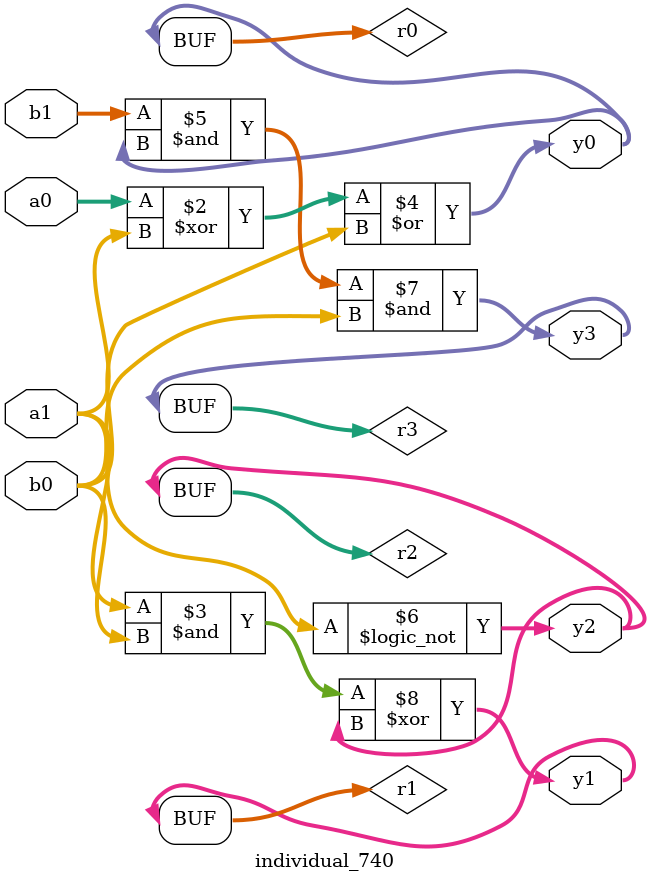
<source format=sv>
module individual_740(input logic [15:0] a1, input logic [15:0] a0, input logic [15:0] b1, input logic [15:0] b0, output logic [15:0] y3, output logic [15:0] y2, output logic [15:0] y1, output logic [15:0] y0);
logic [15:0] r0, r1, r2, r3; 
 always@(*) begin 
	 r0 = a0; r1 = a1; r2 = b0; r3 = b1; 
 	 r0  ^=  r1 ;
 	 r1  &=  r2 ;
 	 r0  |=  r2 ;
 	 r3  &=  r0 ;
 	 r2 = ! a1 ;
 	 r3  &=  b0 ;
 	 r1  ^=  r2 ;
 	 y3 = r3; y2 = r2; y1 = r1; y0 = r0; 
end
endmodule
</source>
